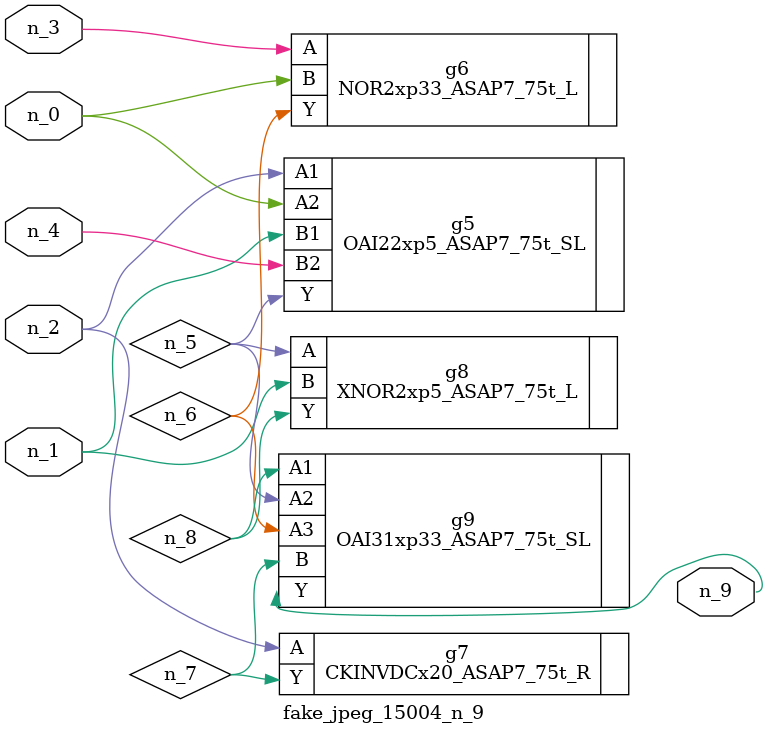
<source format=v>
module fake_jpeg_15004_n_9 (n_3, n_2, n_1, n_0, n_4, n_9);

input n_3;
input n_2;
input n_1;
input n_0;
input n_4;

output n_9;

wire n_8;
wire n_6;
wire n_5;
wire n_7;

OAI22xp5_ASAP7_75t_SL g5 ( 
.A1(n_2),
.A2(n_0),
.B1(n_1),
.B2(n_4),
.Y(n_5)
);

NOR2xp33_ASAP7_75t_L g6 ( 
.A(n_3),
.B(n_0),
.Y(n_6)
);

CKINVDCx20_ASAP7_75t_R g7 ( 
.A(n_2),
.Y(n_7)
);

XNOR2xp5_ASAP7_75t_L g8 ( 
.A(n_5),
.B(n_1),
.Y(n_8)
);

OAI31xp33_ASAP7_75t_SL g9 ( 
.A1(n_8),
.A2(n_5),
.A3(n_6),
.B(n_7),
.Y(n_9)
);


endmodule
</source>
